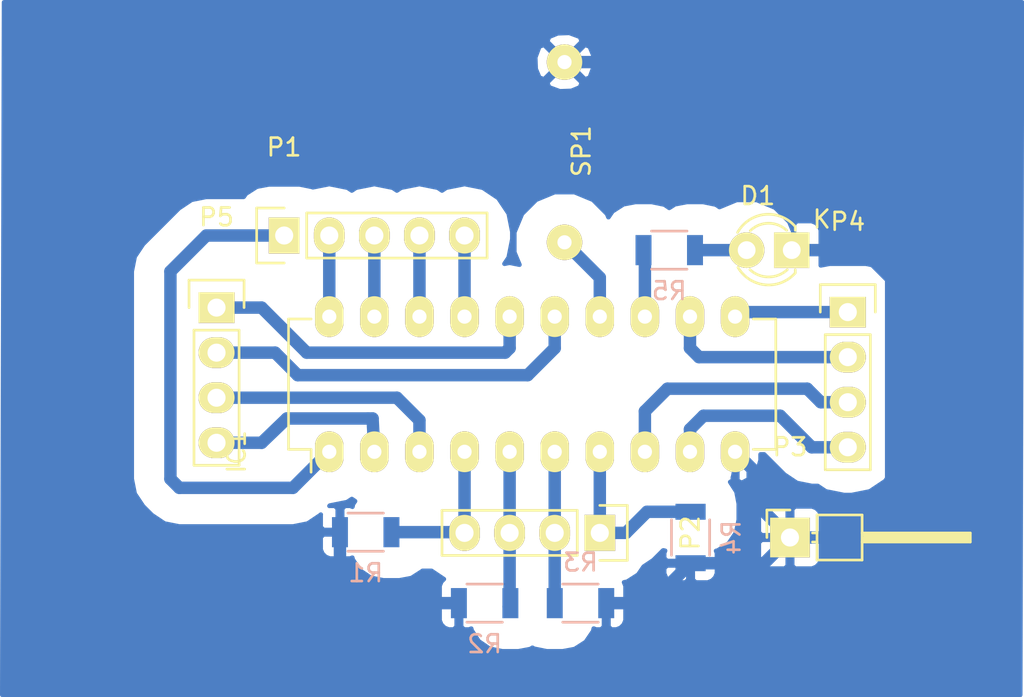
<source format=kicad_pcb>
(kicad_pcb (version 4) (host pcbnew 4.0.2+dfsg1-stable)

  (general
    (links 31)
    (no_connects 0)
    (area 0 0 0 0)
    (thickness 1.6)
    (drawings 0)
    (tracks 80)
    (zones 0)
    (modules 13)
    (nets 22)
  )

  (page A4)
  (layers
    (0 F.Cu signal)
    (31 B.Cu signal)
    (32 B.Adhes user)
    (33 F.Adhes user)
    (34 B.Paste user)
    (35 F.Paste user)
    (36 B.SilkS user)
    (37 F.SilkS user)
    (38 B.Mask user)
    (39 F.Mask user)
    (40 Dwgs.User user)
    (41 Cmts.User user)
    (42 Eco1.User user)
    (43 Eco2.User user)
    (44 Edge.Cuts user)
    (45 Margin user)
    (46 B.CrtYd user)
    (47 F.CrtYd user)
    (48 B.Fab user)
    (49 F.Fab user)
  )

  (setup
    (last_trace_width 0.7)
    (trace_clearance 0.2)
    (zone_clearance 1.7)
    (zone_45_only yes)
    (trace_min 0.2)
    (segment_width 0.2)
    (edge_width 0.15)
    (via_size 0.6)
    (via_drill 0.4)
    (via_min_size 0.4)
    (via_min_drill 0.3)
    (uvia_size 0.3)
    (uvia_drill 0.1)
    (uvias_allowed no)
    (uvia_min_size 0.2)
    (uvia_min_drill 0.1)
    (pcb_text_width 0.3)
    (pcb_text_size 1.5 1.5)
    (mod_edge_width 0.15)
    (mod_text_size 1 1)
    (mod_text_width 0.15)
    (pad_size 1.524 1.524)
    (pad_drill 0.762)
    (pad_to_mask_clearance 0.2)
    (aux_axis_origin 0 0)
    (visible_elements FFFFFF7F)
    (pcbplotparams
      (layerselection 0x00030_80000001)
      (usegerberextensions false)
      (excludeedgelayer true)
      (linewidth 0.100000)
      (plotframeref false)
      (viasonmask false)
      (mode 1)
      (useauxorigin false)
      (hpglpennumber 1)
      (hpglpenspeed 20)
      (hpglpendiameter 15)
      (hpglpenoverlay 2)
      (psnegative false)
      (psa4output false)
      (plotreference true)
      (plotvalue true)
      (plotinvisibletext false)
      (padsonsilk false)
      (subtractmaskfromsilk false)
      (outputformat 1)
      (mirror false)
      (drillshape 1)
      (scaleselection 1)
      (outputdirectory ""))
  )

  (net 0 "")
  (net 1 "Net-(IC1-Pad2)")
  (net 2 "Net-(IC1-Pad3)")
  (net 3 "Net-(IC1-Pad4)")
  (net 4 "Net-(IC1-Pad5)")
  (net 5 "Net-(IC1-Pad6)")
  (net 6 "Net-(IC1-Pad7)")
  (net 7 "Net-(IC1-Pad8)")
  (net 8 "Net-(IC1-Pad9)")
  (net 9 GND)
  (net 10 "Net-(IC1-Pad11)")
  (net 11 "Net-(IC1-Pad12)")
  (net 12 "Net-(IC1-Pad13)")
  (net 13 "Net-(IC1-Pad14)")
  (net 14 "Net-(IC1-Pad15)")
  (net 15 "Net-(IC1-Pad16)")
  (net 16 "Net-(IC1-Pad17)")
  (net 17 "Net-(IC1-Pad18)")
  (net 18 "Net-(IC1-Pad19)")
  (net 19 VCC)
  (net 20 "Net-(D1-Pad2)")
  (net 21 "Net-(IC1-Pad1)")

  (net_class Default "This is the default net class."
    (clearance 0.2)
    (trace_width 0.7)
    (via_dia 0.6)
    (via_drill 0.4)
    (uvia_dia 0.3)
    (uvia_drill 0.1)
    (add_net GND)
    (add_net "Net-(D1-Pad2)")
    (add_net "Net-(IC1-Pad1)")
    (add_net "Net-(IC1-Pad11)")
    (add_net "Net-(IC1-Pad12)")
    (add_net "Net-(IC1-Pad13)")
    (add_net "Net-(IC1-Pad14)")
    (add_net "Net-(IC1-Pad15)")
    (add_net "Net-(IC1-Pad16)")
    (add_net "Net-(IC1-Pad17)")
    (add_net "Net-(IC1-Pad18)")
    (add_net "Net-(IC1-Pad19)")
    (add_net "Net-(IC1-Pad2)")
    (add_net "Net-(IC1-Pad3)")
    (add_net "Net-(IC1-Pad4)")
    (add_net "Net-(IC1-Pad5)")
    (add_net "Net-(IC1-Pad6)")
    (add_net "Net-(IC1-Pad7)")
    (add_net "Net-(IC1-Pad8)")
    (add_net "Net-(IC1-Pad9)")
    (add_net VCC)
  )

  (module LEDs:LED-3MM (layer F.Cu) (tedit 559B82F6) (tstamp 5DBA19DE)
    (at 68 159.8 180)
    (descr "LED 3mm round vertical")
    (tags "LED  3mm round vertical")
    (path /5DB957B8)
    (fp_text reference D1 (at 1.91 3.06 180) (layer F.SilkS)
      (effects (font (size 1 1) (thickness 0.15)))
    )
    (fp_text value LED (at 1.3 -2.9 180) (layer F.Fab)
      (effects (font (size 1 1) (thickness 0.15)))
    )
    (fp_line (start -1.2 2.3) (end 3.8 2.3) (layer F.CrtYd) (width 0.05))
    (fp_line (start 3.8 2.3) (end 3.8 -2.2) (layer F.CrtYd) (width 0.05))
    (fp_line (start 3.8 -2.2) (end -1.2 -2.2) (layer F.CrtYd) (width 0.05))
    (fp_line (start -1.2 -2.2) (end -1.2 2.3) (layer F.CrtYd) (width 0.05))
    (fp_line (start -0.199 1.314) (end -0.199 1.114) (layer F.SilkS) (width 0.15))
    (fp_line (start -0.199 -1.28) (end -0.199 -1.1) (layer F.SilkS) (width 0.15))
    (fp_arc (start 1.301 0.034) (end -0.199 -1.286) (angle 108.5) (layer F.SilkS) (width 0.15))
    (fp_arc (start 1.301 0.034) (end 0.25 -1.1) (angle 85.7) (layer F.SilkS) (width 0.15))
    (fp_arc (start 1.311 0.034) (end 3.051 0.994) (angle 110) (layer F.SilkS) (width 0.15))
    (fp_arc (start 1.301 0.034) (end 2.335 1.094) (angle 87.5) (layer F.SilkS) (width 0.15))
    (fp_text user K (at -1.69 1.74 180) (layer F.SilkS)
      (effects (font (size 1 1) (thickness 0.15)))
    )
    (pad 1 thru_hole rect (at 0 0 270) (size 2 2) (drill 1.00076) (layers *.Cu *.Mask F.SilkS)
      (net 9 GND))
    (pad 2 thru_hole circle (at 2.54 0 180) (size 2 2) (drill 1.00076) (layers *.Cu *.Mask F.SilkS)
      (net 20 "Net-(D1-Pad2)"))
    (model LEDs.3dshapes/LED-3MM.wrl
      (at (xyz 0.05 0 0))
      (scale (xyz 1 1 1))
      (rotate (xyz 0 0 90))
    )
  )

  (module Housings_DIP:DIP-20_W7.62mm_LongPads (layer F.Cu) (tedit 5DBA1CE1) (tstamp 5DBA19F6)
    (at 41.948 171.168 90)
    (descr "20-lead dip package, row spacing 7.62 mm (300 mils), longer pads")
    (tags "dil dip 2.54 300")
    (path /5DB92DC7)
    (fp_text reference IC1 (at 0 -5.22 90) (layer F.SilkS)
      (effects (font (size 1 1) (thickness 0.15)))
    )
    (fp_text value ATTINY2313-20PU (at 2.468 13.052 180) (layer F.Fab)
      (effects (font (size 1 1) (thickness 0.15)))
    )
    (fp_line (start -1.4 -2.45) (end -1.4 25.35) (layer F.CrtYd) (width 0.05))
    (fp_line (start 9 -2.45) (end 9 25.35) (layer F.CrtYd) (width 0.05))
    (fp_line (start -1.4 -2.45) (end 9 -2.45) (layer F.CrtYd) (width 0.05))
    (fp_line (start -1.4 25.35) (end 9 25.35) (layer F.CrtYd) (width 0.05))
    (fp_line (start 0.135 -2.295) (end 0.135 -1.025) (layer F.SilkS) (width 0.15))
    (fp_line (start 7.485 -2.295) (end 7.485 -1.025) (layer F.SilkS) (width 0.15))
    (fp_line (start 7.485 25.155) (end 7.485 23.885) (layer F.SilkS) (width 0.15))
    (fp_line (start 0.135 25.155) (end 0.135 23.885) (layer F.SilkS) (width 0.15))
    (fp_line (start 0.135 -2.295) (end 7.485 -2.295) (layer F.SilkS) (width 0.15))
    (fp_line (start 0.135 25.155) (end 7.485 25.155) (layer F.SilkS) (width 0.15))
    (fp_line (start 0.135 -1.025) (end -1.15 -1.025) (layer F.SilkS) (width 0.15))
    (pad 1 thru_hole oval (at 0 0 90) (size 2.3 1.6) (drill 0.8) (layers *.Cu *.Mask F.SilkS)
      (net 21 "Net-(IC1-Pad1)"))
    (pad 2 thru_hole oval (at 0 2.54 90) (size 2.3 1.6) (drill 0.8) (layers *.Cu *.Mask F.SilkS)
      (net 1 "Net-(IC1-Pad2)"))
    (pad 3 thru_hole oval (at 0 5.08 90) (size 2.3 1.6) (drill 0.8) (layers *.Cu *.Mask F.SilkS)
      (net 2 "Net-(IC1-Pad3)"))
    (pad 4 thru_hole oval (at 0 7.62 90) (size 2.3 1.6) (drill 0.8) (layers *.Cu *.Mask F.SilkS)
      (net 3 "Net-(IC1-Pad4)"))
    (pad 5 thru_hole oval (at 0 10.16 90) (size 2.3 1.6) (drill 0.8) (layers *.Cu *.Mask F.SilkS)
      (net 4 "Net-(IC1-Pad5)"))
    (pad 6 thru_hole oval (at 0 12.7 90) (size 2.3 1.6) (drill 0.8) (layers *.Cu *.Mask F.SilkS)
      (net 5 "Net-(IC1-Pad6)"))
    (pad 7 thru_hole oval (at 0 15.24 90) (size 2.3 1.6) (drill 0.8) (layers *.Cu *.Mask F.SilkS)
      (net 6 "Net-(IC1-Pad7)"))
    (pad 8 thru_hole oval (at 0 17.78 90) (size 2.3 1.6) (drill 0.8) (layers *.Cu *.Mask F.SilkS)
      (net 7 "Net-(IC1-Pad8)"))
    (pad 9 thru_hole oval (at 0 20.32 90) (size 2.3 1.6) (drill 0.8) (layers *.Cu *.Mask F.SilkS)
      (net 8 "Net-(IC1-Pad9)"))
    (pad 10 thru_hole oval (at 0 22.86 90) (size 2.3 1.6) (drill 0.8) (layers *.Cu *.Mask F.SilkS)
      (net 9 GND))
    (pad 11 thru_hole oval (at 7.62 22.86 90) (size 2.3 1.6) (drill 0.8) (layers *.Cu *.Mask F.SilkS)
      (net 10 "Net-(IC1-Pad11)"))
    (pad 12 thru_hole oval (at 7.62 20.32 90) (size 2.3 1.6) (drill 0.8) (layers *.Cu *.Mask F.SilkS)
      (net 11 "Net-(IC1-Pad12)"))
    (pad 13 thru_hole oval (at 7.62 17.78 90) (size 2.3 1.6) (drill 0.8) (layers *.Cu *.Mask F.SilkS)
      (net 12 "Net-(IC1-Pad13)"))
    (pad 14 thru_hole oval (at 7.62 15.24 90) (size 2.3 1.6) (drill 0.8) (layers *.Cu *.Mask F.SilkS)
      (net 13 "Net-(IC1-Pad14)"))
    (pad 15 thru_hole oval (at 7.62 12.7 90) (size 2.3 1.6) (drill 0.8) (layers *.Cu *.Mask F.SilkS)
      (net 14 "Net-(IC1-Pad15)"))
    (pad 16 thru_hole oval (at 7.62 10.16 90) (size 2.3 1.6) (drill 0.8) (layers *.Cu *.Mask F.SilkS)
      (net 15 "Net-(IC1-Pad16)"))
    (pad 17 thru_hole oval (at 7.62 7.62 90) (size 2.3 1.6) (drill 0.8) (layers *.Cu *.Mask F.SilkS)
      (net 16 "Net-(IC1-Pad17)"))
    (pad 18 thru_hole oval (at 7.62 5.08 90) (size 2.3 1.6) (drill 0.8) (layers *.Cu *.Mask F.SilkS)
      (net 17 "Net-(IC1-Pad18)"))
    (pad 19 thru_hole oval (at 7.62 2.54 90) (size 2.3 1.6) (drill 0.8) (layers *.Cu *.Mask F.SilkS)
      (net 18 "Net-(IC1-Pad19)"))
    (pad 20 thru_hole oval (at 7.62 0 90) (size 2.3 1.6) (drill 0.8) (layers *.Cu *.Mask F.SilkS)
      (net 19 VCC))
    (model Housings_DIP.3dshapes/DIP-20_W7.62mm_LongPads.wrl
      (at (xyz 0 0 0))
      (scale (xyz 1 1 1))
      (rotate (xyz 0 0 0))
    )
  )

  (module Pin_Headers:Pin_Header_Straight_1x05 (layer F.Cu) (tedit 5DBA1CF4) (tstamp 5DBA19FF)
    (at 39.408 158.976 90)
    (descr "Through hole pin header")
    (tags "pin header")
    (path /5DBA17CC)
    (fp_text reference P1 (at 4.976 -0.008 180) (layer F.SilkS)
      (effects (font (size 1 1) (thickness 0.15)))
    )
    (fp_text value CONN_01X05 (at 2.976 3.792 180) (layer F.Fab)
      (effects (font (size 1 1) (thickness 0.15)))
    )
    (fp_line (start -1.55 0) (end -1.55 -1.55) (layer F.SilkS) (width 0.15))
    (fp_line (start -1.55 -1.55) (end 1.55 -1.55) (layer F.SilkS) (width 0.15))
    (fp_line (start 1.55 -1.55) (end 1.55 0) (layer F.SilkS) (width 0.15))
    (fp_line (start -1.75 -1.75) (end -1.75 11.95) (layer F.CrtYd) (width 0.05))
    (fp_line (start 1.75 -1.75) (end 1.75 11.95) (layer F.CrtYd) (width 0.05))
    (fp_line (start -1.75 -1.75) (end 1.75 -1.75) (layer F.CrtYd) (width 0.05))
    (fp_line (start -1.75 11.95) (end 1.75 11.95) (layer F.CrtYd) (width 0.05))
    (fp_line (start 1.27 1.27) (end 1.27 11.43) (layer F.SilkS) (width 0.15))
    (fp_line (start 1.27 11.43) (end -1.27 11.43) (layer F.SilkS) (width 0.15))
    (fp_line (start -1.27 11.43) (end -1.27 1.27) (layer F.SilkS) (width 0.15))
    (fp_line (start 1.27 1.27) (end -1.27 1.27) (layer F.SilkS) (width 0.15))
    (pad 1 thru_hole rect (at 0 0 90) (size 2.032 1.7272) (drill 1.016) (layers *.Cu *.Mask F.SilkS)
      (net 21 "Net-(IC1-Pad1)"))
    (pad 2 thru_hole oval (at 0 2.54 90) (size 2.032 1.7272) (drill 1.016) (layers *.Cu *.Mask F.SilkS)
      (net 19 VCC))
    (pad 3 thru_hole oval (at 0 5.08 90) (size 2.032 1.7272) (drill 1.016) (layers *.Cu *.Mask F.SilkS)
      (net 18 "Net-(IC1-Pad19)"))
    (pad 4 thru_hole oval (at 0 7.62 90) (size 2.032 1.7272) (drill 1.016) (layers *.Cu *.Mask F.SilkS)
      (net 17 "Net-(IC1-Pad18)"))
    (pad 5 thru_hole oval (at 0 10.16 90) (size 2.032 1.7272) (drill 1.016) (layers *.Cu *.Mask F.SilkS)
      (net 16 "Net-(IC1-Pad17)"))
    (model Pin_Headers.3dshapes/Pin_Header_Straight_1x05.wrl
      (at (xyz 0 -0.2 0))
      (scale (xyz 1 1 1))
      (rotate (xyz 0 0 90))
    )
  )

  (module Pin_Headers:Pin_Header_Straight_1x04 (layer F.Cu) (tedit 5DBA1D84) (tstamp 5DBA1A07)
    (at 57.188 175.74 270)
    (descr "Through hole pin header")
    (tags "pin header")
    (path /5DB9322C)
    (fp_text reference P2 (at 0 -5.1 270) (layer F.SilkS)
      (effects (font (size 1 1) (thickness 0.15)))
    )
    (fp_text value CONN_01X04 (at 3.86 -10.112 360) (layer F.Fab)
      (effects (font (size 1 1) (thickness 0.15)))
    )
    (fp_line (start -1.75 -1.75) (end -1.75 9.4) (layer F.CrtYd) (width 0.05))
    (fp_line (start 1.75 -1.75) (end 1.75 9.4) (layer F.CrtYd) (width 0.05))
    (fp_line (start -1.75 -1.75) (end 1.75 -1.75) (layer F.CrtYd) (width 0.05))
    (fp_line (start -1.75 9.4) (end 1.75 9.4) (layer F.CrtYd) (width 0.05))
    (fp_line (start -1.27 1.27) (end -1.27 8.89) (layer F.SilkS) (width 0.15))
    (fp_line (start 1.27 1.27) (end 1.27 8.89) (layer F.SilkS) (width 0.15))
    (fp_line (start 1.55 -1.55) (end 1.55 0) (layer F.SilkS) (width 0.15))
    (fp_line (start -1.27 8.89) (end 1.27 8.89) (layer F.SilkS) (width 0.15))
    (fp_line (start 1.27 1.27) (end -1.27 1.27) (layer F.SilkS) (width 0.15))
    (fp_line (start -1.55 0) (end -1.55 -1.55) (layer F.SilkS) (width 0.15))
    (fp_line (start -1.55 -1.55) (end 1.55 -1.55) (layer F.SilkS) (width 0.15))
    (pad 1 thru_hole rect (at 0 0 270) (size 2.032 1.7272) (drill 1.016) (layers *.Cu *.Mask F.SilkS)
      (net 6 "Net-(IC1-Pad7)"))
    (pad 2 thru_hole oval (at 0 2.54 270) (size 2.032 1.7272) (drill 1.016) (layers *.Cu *.Mask F.SilkS)
      (net 5 "Net-(IC1-Pad6)"))
    (pad 3 thru_hole oval (at 0 5.08 270) (size 2.032 1.7272) (drill 1.016) (layers *.Cu *.Mask F.SilkS)
      (net 4 "Net-(IC1-Pad5)"))
    (pad 4 thru_hole oval (at 0 7.62 270) (size 2.032 1.7272) (drill 1.016) (layers *.Cu *.Mask F.SilkS)
      (net 3 "Net-(IC1-Pad4)"))
    (model Pin_Headers.3dshapes/Pin_Header_Straight_1x04.wrl
      (at (xyz 0 -0.15 0))
      (scale (xyz 1 1 1))
      (rotate (xyz 0 0 90))
    )
  )

  (module Pin_Headers:Pin_Header_Angled_1x01 (layer F.Cu) (tedit 0) (tstamp 5DBA1A0C)
    (at 67.9 176)
    (descr "Through hole pin header")
    (tags "pin header")
    (path /5DBA1B0C)
    (fp_text reference P3 (at 0 -5.1) (layer F.SilkS)
      (effects (font (size 1 1) (thickness 0.15)))
    )
    (fp_text value CONN_01X01 (at 0 -3.1) (layer F.Fab)
      (effects (font (size 1 1) (thickness 0.15)))
    )
    (fp_line (start -1.6 -1.75) (end -1.6 1.75) (layer F.CrtYd) (width 0.05))
    (fp_line (start 10.65 -1.75) (end 10.65 1.75) (layer F.CrtYd) (width 0.05))
    (fp_line (start -1.6 -1.75) (end 10.65 -1.75) (layer F.CrtYd) (width 0.05))
    (fp_line (start -1.6 1.75) (end 10.65 1.75) (layer F.CrtYd) (width 0.05))
    (fp_line (start -1.3 -1.55) (end -1.3 0) (layer F.SilkS) (width 0.15))
    (fp_line (start 0 -1.55) (end -1.3 -1.55) (layer F.SilkS) (width 0.15))
    (fp_line (start 4.191 -0.127) (end 10.033 -0.127) (layer F.SilkS) (width 0.15))
    (fp_line (start 10.033 -0.127) (end 10.033 0.127) (layer F.SilkS) (width 0.15))
    (fp_line (start 10.033 0.127) (end 4.191 0.127) (layer F.SilkS) (width 0.15))
    (fp_line (start 4.191 0.127) (end 4.191 0) (layer F.SilkS) (width 0.15))
    (fp_line (start 4.191 0) (end 10.033 0) (layer F.SilkS) (width 0.15))
    (fp_line (start 1.524 0.254) (end 1.27 0.254) (layer F.SilkS) (width 0.15))
    (fp_line (start 1.524 -0.254) (end 1.27 -0.254) (layer F.SilkS) (width 0.15))
    (fp_line (start 1.524 -1.27) (end 4.064 -1.27) (layer F.SilkS) (width 0.15))
    (fp_line (start 1.524 -1.27) (end 1.524 1.27) (layer F.SilkS) (width 0.15))
    (fp_line (start 1.524 1.27) (end 4.064 1.27) (layer F.SilkS) (width 0.15))
    (fp_line (start 4.064 -0.254) (end 10.16 -0.254) (layer F.SilkS) (width 0.15))
    (fp_line (start 10.16 -0.254) (end 10.16 0.254) (layer F.SilkS) (width 0.15))
    (fp_line (start 10.16 0.254) (end 4.064 0.254) (layer F.SilkS) (width 0.15))
    (fp_line (start 4.064 1.27) (end 4.064 -1.27) (layer F.SilkS) (width 0.15))
    (pad 1 thru_hole rect (at 0 0) (size 2.2352 2.2352) (drill 1.016) (layers *.Cu *.Mask F.SilkS)
      (net 9 GND))
    (model Pin_Headers.3dshapes/Pin_Header_Angled_1x01.wrl
      (at (xyz 0 0 0))
      (scale (xyz 1 1 1))
      (rotate (xyz 0 0 90))
    )
  )

  (module Pin_Headers:Pin_Header_Straight_1x04 (layer F.Cu) (tedit 0) (tstamp 5DBA1A14)
    (at 71.158 163.294)
    (descr "Through hole pin header")
    (tags "pin header")
    (path /5DB94DB5)
    (fp_text reference P4 (at 0 -5.1) (layer F.SilkS)
      (effects (font (size 1 1) (thickness 0.15)))
    )
    (fp_text value CONN_01X04 (at 0 -3.1) (layer F.Fab)
      (effects (font (size 1 1) (thickness 0.15)))
    )
    (fp_line (start -1.75 -1.75) (end -1.75 9.4) (layer F.CrtYd) (width 0.05))
    (fp_line (start 1.75 -1.75) (end 1.75 9.4) (layer F.CrtYd) (width 0.05))
    (fp_line (start -1.75 -1.75) (end 1.75 -1.75) (layer F.CrtYd) (width 0.05))
    (fp_line (start -1.75 9.4) (end 1.75 9.4) (layer F.CrtYd) (width 0.05))
    (fp_line (start -1.27 1.27) (end -1.27 8.89) (layer F.SilkS) (width 0.15))
    (fp_line (start 1.27 1.27) (end 1.27 8.89) (layer F.SilkS) (width 0.15))
    (fp_line (start 1.55 -1.55) (end 1.55 0) (layer F.SilkS) (width 0.15))
    (fp_line (start -1.27 8.89) (end 1.27 8.89) (layer F.SilkS) (width 0.15))
    (fp_line (start 1.27 1.27) (end -1.27 1.27) (layer F.SilkS) (width 0.15))
    (fp_line (start -1.55 0) (end -1.55 -1.55) (layer F.SilkS) (width 0.15))
    (fp_line (start -1.55 -1.55) (end 1.55 -1.55) (layer F.SilkS) (width 0.15))
    (pad 1 thru_hole rect (at 0 0) (size 2.032 1.7272) (drill 1.016) (layers *.Cu *.Mask F.SilkS)
      (net 10 "Net-(IC1-Pad11)"))
    (pad 2 thru_hole oval (at 0 2.54) (size 2.032 1.7272) (drill 1.016) (layers *.Cu *.Mask F.SilkS)
      (net 11 "Net-(IC1-Pad12)"))
    (pad 3 thru_hole oval (at 0 5.08) (size 2.032 1.7272) (drill 1.016) (layers *.Cu *.Mask F.SilkS)
      (net 7 "Net-(IC1-Pad8)"))
    (pad 4 thru_hole oval (at 0 7.62) (size 2.032 1.7272) (drill 1.016) (layers *.Cu *.Mask F.SilkS)
      (net 8 "Net-(IC1-Pad9)"))
    (model Pin_Headers.3dshapes/Pin_Header_Straight_1x04.wrl
      (at (xyz 0 -0.15 0))
      (scale (xyz 1 1 1))
      (rotate (xyz 0 0 90))
    )
  )

  (module Pin_Headers:Pin_Header_Straight_1x04 (layer F.Cu) (tedit 5DBA1D7C) (tstamp 5DBA1A1C)
    (at 35.598 163.04)
    (descr "Through hole pin header")
    (tags "pin header")
    (path /5DB94F17)
    (fp_text reference P5 (at 0 -5.1) (layer F.SilkS)
      (effects (font (size 1 1) (thickness 0.15)))
    )
    (fp_text value CONN_01X04 (at 0.502 11.96) (layer F.Fab)
      (effects (font (size 1 1) (thickness 0.15)))
    )
    (fp_line (start -1.75 -1.75) (end -1.75 9.4) (layer F.CrtYd) (width 0.05))
    (fp_line (start 1.75 -1.75) (end 1.75 9.4) (layer F.CrtYd) (width 0.05))
    (fp_line (start -1.75 -1.75) (end 1.75 -1.75) (layer F.CrtYd) (width 0.05))
    (fp_line (start -1.75 9.4) (end 1.75 9.4) (layer F.CrtYd) (width 0.05))
    (fp_line (start -1.27 1.27) (end -1.27 8.89) (layer F.SilkS) (width 0.15))
    (fp_line (start 1.27 1.27) (end 1.27 8.89) (layer F.SilkS) (width 0.15))
    (fp_line (start 1.55 -1.55) (end 1.55 0) (layer F.SilkS) (width 0.15))
    (fp_line (start -1.27 8.89) (end 1.27 8.89) (layer F.SilkS) (width 0.15))
    (fp_line (start 1.27 1.27) (end -1.27 1.27) (layer F.SilkS) (width 0.15))
    (fp_line (start -1.55 0) (end -1.55 -1.55) (layer F.SilkS) (width 0.15))
    (fp_line (start -1.55 -1.55) (end 1.55 -1.55) (layer F.SilkS) (width 0.15))
    (pad 1 thru_hole rect (at 0 0) (size 2.032 1.7272) (drill 1.016) (layers *.Cu *.Mask F.SilkS)
      (net 15 "Net-(IC1-Pad16)"))
    (pad 2 thru_hole oval (at 0 2.54) (size 2.032 1.7272) (drill 1.016) (layers *.Cu *.Mask F.SilkS)
      (net 14 "Net-(IC1-Pad15)"))
    (pad 3 thru_hole oval (at 0 5.08) (size 2.032 1.7272) (drill 1.016) (layers *.Cu *.Mask F.SilkS)
      (net 2 "Net-(IC1-Pad3)"))
    (pad 4 thru_hole oval (at 0 7.62) (size 2.032 1.7272) (drill 1.016) (layers *.Cu *.Mask F.SilkS)
      (net 1 "Net-(IC1-Pad2)"))
    (model Pin_Headers.3dshapes/Pin_Header_Straight_1x04.wrl
      (at (xyz 0 -0.15 0))
      (scale (xyz 1 1 1))
      (rotate (xyz 0 0 90))
    )
  )

  (module Resistors_SMD:R_1206 (layer B.Cu) (tedit 5415CFA7) (tstamp 5DBA1A22)
    (at 44 175.7)
    (descr "Resistor SMD 1206, reflow soldering, Vishay (see dcrcw.pdf)")
    (tags "resistor 1206")
    (path /5DB939B5)
    (attr smd)
    (fp_text reference R1 (at 0 2.3) (layer B.SilkS)
      (effects (font (size 1 1) (thickness 0.15)) (justify mirror))
    )
    (fp_text value R (at 0 -2.3) (layer B.Fab)
      (effects (font (size 1 1) (thickness 0.15)) (justify mirror))
    )
    (fp_line (start -2.2 1.2) (end 2.2 1.2) (layer B.CrtYd) (width 0.05))
    (fp_line (start -2.2 -1.2) (end 2.2 -1.2) (layer B.CrtYd) (width 0.05))
    (fp_line (start -2.2 1.2) (end -2.2 -1.2) (layer B.CrtYd) (width 0.05))
    (fp_line (start 2.2 1.2) (end 2.2 -1.2) (layer B.CrtYd) (width 0.05))
    (fp_line (start 1 -1.075) (end -1 -1.075) (layer B.SilkS) (width 0.15))
    (fp_line (start -1 1.075) (end 1 1.075) (layer B.SilkS) (width 0.15))
    (pad 1 smd rect (at -1.45 0) (size 0.9 1.7) (layers B.Cu B.Paste B.Mask)
      (net 9 GND))
    (pad 2 smd rect (at 1.45 0) (size 0.9 1.7) (layers B.Cu B.Paste B.Mask)
      (net 3 "Net-(IC1-Pad4)"))
    (model Resistors_SMD.3dshapes/R_1206.wrl
      (at (xyz 0 0 0))
      (scale (xyz 1 1 1))
      (rotate (xyz 0 0 0))
    )
  )

  (module Resistors_SMD:R_1206 (layer B.Cu) (tedit 5415CFA7) (tstamp 5DBA1A28)
    (at 50.7 179.7)
    (descr "Resistor SMD 1206, reflow soldering, Vishay (see dcrcw.pdf)")
    (tags "resistor 1206")
    (path /5DB9393E)
    (attr smd)
    (fp_text reference R2 (at 0 2.3) (layer B.SilkS)
      (effects (font (size 1 1) (thickness 0.15)) (justify mirror))
    )
    (fp_text value R (at 0 -2.3) (layer B.Fab)
      (effects (font (size 1 1) (thickness 0.15)) (justify mirror))
    )
    (fp_line (start -2.2 1.2) (end 2.2 1.2) (layer B.CrtYd) (width 0.05))
    (fp_line (start -2.2 -1.2) (end 2.2 -1.2) (layer B.CrtYd) (width 0.05))
    (fp_line (start -2.2 1.2) (end -2.2 -1.2) (layer B.CrtYd) (width 0.05))
    (fp_line (start 2.2 1.2) (end 2.2 -1.2) (layer B.CrtYd) (width 0.05))
    (fp_line (start 1 -1.075) (end -1 -1.075) (layer B.SilkS) (width 0.15))
    (fp_line (start -1 1.075) (end 1 1.075) (layer B.SilkS) (width 0.15))
    (pad 1 smd rect (at -1.45 0) (size 0.9 1.7) (layers B.Cu B.Paste B.Mask)
      (net 9 GND))
    (pad 2 smd rect (at 1.45 0) (size 0.9 1.7) (layers B.Cu B.Paste B.Mask)
      (net 4 "Net-(IC1-Pad5)"))
    (model Resistors_SMD.3dshapes/R_1206.wrl
      (at (xyz 0 0 0))
      (scale (xyz 1 1 1))
      (rotate (xyz 0 0 0))
    )
  )

  (module Resistors_SMD:R_1206 (layer B.Cu) (tedit 5415CFA7) (tstamp 5DBA1A2E)
    (at 56.1 179.7 180)
    (descr "Resistor SMD 1206, reflow soldering, Vishay (see dcrcw.pdf)")
    (tags "resistor 1206")
    (path /5DB938D5)
    (attr smd)
    (fp_text reference R3 (at 0 2.3 180) (layer B.SilkS)
      (effects (font (size 1 1) (thickness 0.15)) (justify mirror))
    )
    (fp_text value R (at 0 -2.3 180) (layer B.Fab)
      (effects (font (size 1 1) (thickness 0.15)) (justify mirror))
    )
    (fp_line (start -2.2 1.2) (end 2.2 1.2) (layer B.CrtYd) (width 0.05))
    (fp_line (start -2.2 -1.2) (end 2.2 -1.2) (layer B.CrtYd) (width 0.05))
    (fp_line (start -2.2 1.2) (end -2.2 -1.2) (layer B.CrtYd) (width 0.05))
    (fp_line (start 2.2 1.2) (end 2.2 -1.2) (layer B.CrtYd) (width 0.05))
    (fp_line (start 1 -1.075) (end -1 -1.075) (layer B.SilkS) (width 0.15))
    (fp_line (start -1 1.075) (end 1 1.075) (layer B.SilkS) (width 0.15))
    (pad 1 smd rect (at -1.45 0 180) (size 0.9 1.7) (layers B.Cu B.Paste B.Mask)
      (net 9 GND))
    (pad 2 smd rect (at 1.45 0 180) (size 0.9 1.7) (layers B.Cu B.Paste B.Mask)
      (net 5 "Net-(IC1-Pad6)"))
    (model Resistors_SMD.3dshapes/R_1206.wrl
      (at (xyz 0 0 0))
      (scale (xyz 1 1 1))
      (rotate (xyz 0 0 0))
    )
  )

  (module Resistors_SMD:R_1206 (layer B.Cu) (tedit 5415CFA7) (tstamp 5DBA1A34)
    (at 62.3 176 90)
    (descr "Resistor SMD 1206, reflow soldering, Vishay (see dcrcw.pdf)")
    (tags "resistor 1206")
    (path /5DB93880)
    (attr smd)
    (fp_text reference R4 (at 0 2.3 90) (layer B.SilkS)
      (effects (font (size 1 1) (thickness 0.15)) (justify mirror))
    )
    (fp_text value R (at 0 -2.3 90) (layer B.Fab)
      (effects (font (size 1 1) (thickness 0.15)) (justify mirror))
    )
    (fp_line (start -2.2 1.2) (end 2.2 1.2) (layer B.CrtYd) (width 0.05))
    (fp_line (start -2.2 -1.2) (end 2.2 -1.2) (layer B.CrtYd) (width 0.05))
    (fp_line (start -2.2 1.2) (end -2.2 -1.2) (layer B.CrtYd) (width 0.05))
    (fp_line (start 2.2 1.2) (end 2.2 -1.2) (layer B.CrtYd) (width 0.05))
    (fp_line (start 1 -1.075) (end -1 -1.075) (layer B.SilkS) (width 0.15))
    (fp_line (start -1 1.075) (end 1 1.075) (layer B.SilkS) (width 0.15))
    (pad 1 smd rect (at -1.45 0 90) (size 0.9 1.7) (layers B.Cu B.Paste B.Mask)
      (net 9 GND))
    (pad 2 smd rect (at 1.45 0 90) (size 0.9 1.7) (layers B.Cu B.Paste B.Mask)
      (net 6 "Net-(IC1-Pad7)"))
    (model Resistors_SMD.3dshapes/R_1206.wrl
      (at (xyz 0 0 0))
      (scale (xyz 1 1 1))
      (rotate (xyz 0 0 0))
    )
  )

  (module Resistors_SMD:R_1206 (layer B.Cu) (tedit 5415CFA7) (tstamp 5DBA1A3A)
    (at 61.1 159.8)
    (descr "Resistor SMD 1206, reflow soldering, Vishay (see dcrcw.pdf)")
    (tags "resistor 1206")
    (path /5DB95450)
    (attr smd)
    (fp_text reference R5 (at 0 2.3) (layer B.SilkS)
      (effects (font (size 1 1) (thickness 0.15)) (justify mirror))
    )
    (fp_text value R (at 0 -2.3) (layer B.Fab)
      (effects (font (size 1 1) (thickness 0.15)) (justify mirror))
    )
    (fp_line (start -2.2 1.2) (end 2.2 1.2) (layer B.CrtYd) (width 0.05))
    (fp_line (start -2.2 -1.2) (end 2.2 -1.2) (layer B.CrtYd) (width 0.05))
    (fp_line (start -2.2 1.2) (end -2.2 -1.2) (layer B.CrtYd) (width 0.05))
    (fp_line (start 2.2 1.2) (end 2.2 -1.2) (layer B.CrtYd) (width 0.05))
    (fp_line (start 1 -1.075) (end -1 -1.075) (layer B.SilkS) (width 0.15))
    (fp_line (start -1 1.075) (end 1 1.075) (layer B.SilkS) (width 0.15))
    (pad 1 smd rect (at -1.45 0) (size 0.9 1.7) (layers B.Cu B.Paste B.Mask)
      (net 12 "Net-(IC1-Pad13)"))
    (pad 2 smd rect (at 1.45 0) (size 0.9 1.7) (layers B.Cu B.Paste B.Mask)
      (net 20 "Net-(D1-Pad2)"))
    (model Resistors_SMD.3dshapes/R_1206.wrl
      (at (xyz 0 0 0))
      (scale (xyz 1 1 1))
      (rotate (xyz 0 0 0))
    )
  )

  (module Wire_Connections_Bridges:WireConnection_0.80mmDrill (layer F.Cu) (tedit 5DBA1E16) (tstamp 5DBA1A40)
    (at 55.2 149.2 270)
    (descr "WireConnection with 0.8mm drill")
    (path /5DB951C0)
    (fp_text reference SP1 (at 5.022 -0.952 270) (layer F.SilkS)
      (effects (font (size 1 1) (thickness 0.15)))
    )
    (fp_text value SPEAKER (at 5.122 0.448 270) (layer F.Fab)
      (effects (font (size 1 1) (thickness 0.15)))
    )
    (fp_line (start 14.0716 -3.7592) (end 13.8684 -3.6576) (layer Cmts.User) (width 0.381))
    (fp_line (start 13.8684 -3.6576) (end 13.6398 -3.6576) (layer Cmts.User) (width 0.381))
    (fp_line (start 13.6398 -3.6576) (end 13.4366 -3.7592) (layer Cmts.User) (width 0.381))
    (fp_line (start 13.4366 -3.7592) (end 13.3604 -4.1148) (layer Cmts.User) (width 0.381))
    (fp_line (start 13.3604 -4.1148) (end 13.3604 -4.572) (layer Cmts.User) (width 0.381))
    (fp_line (start 13.3604 -4.572) (end 13.462 -4.6482) (layer Cmts.User) (width 0.381))
    (fp_line (start 13.462 -4.6482) (end 13.7668 -4.7244) (layer Cmts.User) (width 0.381))
    (fp_line (start 13.7668 -4.7244) (end 13.9954 -4.6736) (layer Cmts.User) (width 0.381))
    (fp_line (start 13.9954 -4.6736) (end 14.0462 -4.318) (layer Cmts.User) (width 0.381))
    (fp_line (start 14.0462 -4.318) (end 13.4366 -4.191) (layer Cmts.User) (width 0.381))
    (fp_line (start 13.4366 -4.191) (end 13.4366 -4.2418) (layer Cmts.User) (width 0.381))
    (fp_line (start 12.7508 -3.7084) (end 12.4206 -3.7084) (layer Cmts.User) (width 0.381))
    (fp_line (start 12.4206 -3.7084) (end 12.2174 -3.7084) (layer Cmts.User) (width 0.381))
    (fp_line (start 12.2174 -3.7084) (end 12.0396 -3.8608) (layer Cmts.User) (width 0.381))
    (fp_line (start 12.0396 -3.8608) (end 12.0396 -4.2418) (layer Cmts.User) (width 0.381))
    (fp_line (start 12.0396 -4.2418) (end 12.1412 -4.572) (layer Cmts.User) (width 0.381))
    (fp_line (start 12.1412 -4.572) (end 12.2936 -4.6482) (layer Cmts.User) (width 0.381))
    (fp_line (start 12.2936 -4.6482) (end 12.573 -4.6482) (layer Cmts.User) (width 0.381))
    (fp_line (start 12.573 -4.6482) (end 12.7508 -4.572) (layer Cmts.User) (width 0.381))
    (fp_line (start 12.7508 -4.572) (end 12.7762 -4.2672) (layer Cmts.User) (width 0.381))
    (fp_line (start 12.7762 -4.2672) (end 12.1412 -4.2418) (layer Cmts.User) (width 0.381))
    (fp_line (start 11.2268 -4.5212) (end 11.6078 -4.6736) (layer Cmts.User) (width 0.381))
    (fp_line (start 11.6078 -4.6736) (end 11.6332 -4.6736) (layer Cmts.User) (width 0.381))
    (fp_line (start 11.2014 -4.7244) (end 11.2014 -3.6576) (layer Cmts.User) (width 0.381))
    (fp_line (start 9.9822 -4.6736) (end 10.668 -4.7244) (layer Cmts.User) (width 0.381))
    (fp_line (start 10.7188 -5.207) (end 10.541 -5.207) (layer Cmts.User) (width 0.381))
    (fp_line (start 10.541 -5.207) (end 10.3886 -5.08) (layer Cmts.User) (width 0.381))
    (fp_line (start 10.3886 -5.08) (end 10.3378 -3.7084) (layer Cmts.User) (width 0.381))
    (fp_line (start 8.4328 -4.5974) (end 8.3058 -4.6736) (layer Cmts.User) (width 0.381))
    (fp_line (start 8.3058 -4.6736) (end 8.0264 -4.6736) (layer Cmts.User) (width 0.381))
    (fp_line (start 8.0264 -4.6736) (end 7.874 -4.445) (layer Cmts.User) (width 0.381))
    (fp_line (start 7.874 -4.445) (end 7.8994 -4.2672) (layer Cmts.User) (width 0.381))
    (fp_line (start 7.8994 -4.2672) (end 8.1788 -4.191) (layer Cmts.User) (width 0.381))
    (fp_line (start 8.1788 -4.191) (end 8.4328 -4.1148) (layer Cmts.User) (width 0.381))
    (fp_line (start 8.4328 -4.1148) (end 8.4836 -3.8354) (layer Cmts.User) (width 0.381))
    (fp_line (start 8.4836 -3.8354) (end 8.2804 -3.6576) (layer Cmts.User) (width 0.381))
    (fp_line (start 8.2804 -3.6576) (end 7.8994 -3.7084) (layer Cmts.User) (width 0.381))
    (fp_line (start 7.1628 -3.6576) (end 6.8072 -3.7592) (layer Cmts.User) (width 0.381))
    (fp_line (start 6.8072 -3.7592) (end 6.604 -3.8354) (layer Cmts.User) (width 0.381))
    (fp_line (start 6.604 -3.8354) (end 6.477 -4.1656) (layer Cmts.User) (width 0.381))
    (fp_line (start 6.477 -4.1656) (end 6.477 -4.4704) (layer Cmts.User) (width 0.381))
    (fp_line (start 6.477 -4.4704) (end 6.6802 -4.6736) (layer Cmts.User) (width 0.381))
    (fp_line (start 6.6802 -4.6736) (end 7.0104 -4.7244) (layer Cmts.User) (width 0.381))
    (fp_line (start 7.2136 -5.207) (end 7.2136 -3.6576) (layer Cmts.User) (width 0.381))
    (fp_line (start 5.715 -3.6576) (end 5.2578 -3.7084) (layer Cmts.User) (width 0.381))
    (fp_line (start 5.2578 -3.7084) (end 5.1054 -3.9116) (layer Cmts.User) (width 0.381))
    (fp_line (start 5.1054 -3.9116) (end 5.1308 -4.191) (layer Cmts.User) (width 0.381))
    (fp_line (start 5.1308 -4.191) (end 5.842 -4.2418) (layer Cmts.User) (width 0.381))
    (fp_line (start 5.1054 -4.572) (end 5.3848 -4.7244) (layer Cmts.User) (width 0.381))
    (fp_line (start 5.3848 -4.7244) (end 5.6388 -4.6482) (layer Cmts.User) (width 0.381))
    (fp_line (start 5.6388 -4.6482) (end 5.7912 -4.4704) (layer Cmts.User) (width 0.381))
    (fp_line (start 5.7912 -4.4704) (end 5.842 -3.6322) (layer Cmts.User) (width 0.381))
    (fp_line (start 3.6068 -3.6576) (end 3.6322 -5.2578) (layer Cmts.User) (width 0.381))
    (fp_line (start 3.6322 -5.2578) (end 4.0894 -5.2578) (layer Cmts.User) (width 0.381))
    (fp_line (start 4.0894 -5.2578) (end 4.3688 -5.1308) (layer Cmts.User) (width 0.381))
    (fp_line (start 4.3688 -5.1308) (end 4.4958 -4.8768) (layer Cmts.User) (width 0.381))
    (fp_line (start 4.4958 -4.8768) (end 4.4958 -4.5974) (layer Cmts.User) (width 0.381))
    (fp_line (start 4.4958 -4.5974) (end 4.3688 -4.3942) (layer Cmts.User) (width 0.381))
    (fp_line (start 4.3688 -4.3942) (end 4.0894 -4.445) (layer Cmts.User) (width 0.381))
    (fp_line (start 4.0894 -4.445) (end 3.6322 -4.445) (layer Cmts.User) (width 0.381))
    (fp_line (start 1.778 -3.7592) (end 1.524 -3.6576) (layer Cmts.User) (width 0.381))
    (fp_line (start 1.524 -3.6576) (end 1.27 -3.7592) (layer Cmts.User) (width 0.381))
    (fp_line (start 1.27 -3.7592) (end 1.1176 -3.9116) (layer Cmts.User) (width 0.381))
    (fp_line (start 1.1176 -3.9116) (end 1.0414 -4.318) (layer Cmts.User) (width 0.381))
    (fp_line (start 1.0414 -4.318) (end 1.1684 -4.572) (layer Cmts.User) (width 0.381))
    (fp_line (start 1.1684 -4.572) (end 1.3716 -4.6736) (layer Cmts.User) (width 0.381))
    (fp_line (start 1.3716 -4.6736) (end 1.651 -4.6482) (layer Cmts.User) (width 0.381))
    (fp_line (start 1.651 -4.6482) (end 1.8034 -4.5212) (layer Cmts.User) (width 0.381))
    (fp_line (start 1.8034 -4.5212) (end 1.8034 -4.318) (layer Cmts.User) (width 0.381))
    (fp_line (start 1.8034 -4.318) (end 1.1684 -4.2418) (layer Cmts.User) (width 0.381))
    (fp_line (start -0.1524 -4.7244) (end 0.3048 -3.6576) (layer Cmts.User) (width 0.381))
    (fp_line (start 0.3048 -3.6576) (end 0.5842 -4.6736) (layer Cmts.User) (width 0.381))
    (fp_line (start 0.5842 -4.6736) (end 0.5588 -4.6736) (layer Cmts.User) (width 0.381))
    (fp_line (start -1.4732 -4.3942) (end -1.4732 -3.9116) (layer Cmts.User) (width 0.381))
    (fp_line (start -1.4732 -3.9116) (end -1.27 -3.7084) (layer Cmts.User) (width 0.381))
    (fp_line (start -1.27 -3.7084) (end -1.0414 -3.6576) (layer Cmts.User) (width 0.381))
    (fp_line (start -1.0414 -3.6576) (end -0.762 -3.7846) (layer Cmts.User) (width 0.381))
    (fp_line (start -0.762 -3.7846) (end -0.6604 -3.9878) (layer Cmts.User) (width 0.381))
    (fp_line (start -0.6604 -3.9878) (end -0.6604 -4.445) (layer Cmts.User) (width 0.381))
    (fp_line (start -0.6604 -4.445) (end -0.8382 -4.6482) (layer Cmts.User) (width 0.381))
    (fp_line (start -0.8382 -4.6482) (end -1.1176 -4.7244) (layer Cmts.User) (width 0.381))
    (fp_line (start -1.1176 -4.7244) (end -1.4478 -4.4704) (layer Cmts.User) (width 0.381))
    (fp_line (start -3.0988 -3.6322) (end -3.0988 -5.2578) (layer Cmts.User) (width 0.381))
    (fp_line (start -3.0988 -5.2578) (end -2.6162 -4.1148) (layer Cmts.User) (width 0.381))
    (fp_line (start -2.6162 -4.1148) (end -2.1336 -5.1816) (layer Cmts.User) (width 0.381))
    (fp_line (start -2.1336 -5.1816) (end -2.1336 -3.6322) (layer Cmts.User) (width 0.381))
    (pad 1 thru_hole circle (at 0 0 270) (size 1.99898 1.99898) (drill 0.8001) (layers *.Cu *.Mask F.SilkS)
      (net 9 GND))
    (pad 2 thru_hole circle (at 10.16 0 270) (size 1.99898 1.99898) (drill 0.8001) (layers *.Cu *.Mask F.SilkS)
      (net 13 "Net-(IC1-Pad14)"))
  )

  (segment (start 44.488 171.168) (end 44.388 169.29) (width 0.7) (layer B.Cu) (net 1))
  (segment (start 38.138 170.66) (end 35.598 170.66) (width 0.7) (layer B.Cu) (net 1) (tstamp 5DBA1AF7))
  (segment (start 39.562 169.29) (end 38.138 170.66) (width 0.7) (layer B.Cu) (net 1) (tstamp 5DBA1AF6))
  (segment (start 44.134 169.29) (end 39.562 169.29) (width 0.7) (layer B.Cu) (net 1) (tstamp 5DBA1AF5))
  (segment (start 44.388 169.29) (end 44.134 169.29) (width 0.7) (layer B.Cu) (net 1) (tstamp 5DBA1AF4))
  (segment (start 47.028 171.168) (end 47.028 169.39) (width 0.7) (layer B.Cu) (net 2))
  (segment (start 45.758 168.12) (end 35.598 168.12) (width 0.7) (layer B.Cu) (net 2) (tstamp 5DBA1B1B))
  (segment (start 47.028 169.39) (end 45.758 168.12) (width 0.7) (layer B.Cu) (net 2) (tstamp 5DBA1B18))
  (segment (start 45.45 175.7) (end 49.528 175.7) (width 0.7) (layer B.Cu) (net 3))
  (segment (start 49.528 175.7) (end 49.568 175.74) (width 0.7) (layer B.Cu) (net 3) (tstamp 5DBA1C67))
  (segment (start 49.568 171.168) (end 49.568 175.74) (width 0.7) (layer B.Cu) (net 3))
  (segment (start 52.108 175.74) (end 52.108 179.658) (width 0.7) (layer B.Cu) (net 4))
  (segment (start 52.108 179.658) (end 52.15 179.7) (width 0.7) (layer B.Cu) (net 4) (tstamp 5DBA1C2C))
  (segment (start 52.108 179.842) (end 52.05 179.9) (width 0.7) (layer B.Cu) (net 4) (tstamp 5DBA1C0D))
  (segment (start 52.108 171.168) (end 52.108 175.74) (width 0.7) (layer B.Cu) (net 4))
  (segment (start 54.648 175.74) (end 54.648 179.698) (width 0.7) (layer B.Cu) (net 5))
  (segment (start 54.648 179.698) (end 54.65 179.7) (width 0.7) (layer B.Cu) (net 5) (tstamp 5DBA1C10))
  (segment (start 54.648 171.168) (end 54.648 175.74) (width 0.7) (layer B.Cu) (net 5))
  (segment (start 57.188 175.74) (end 58.66 175.74) (width 0.7) (layer B.Cu) (net 6))
  (segment (start 59.85 174.55) (end 62.3 174.55) (width 0.7) (layer B.Cu) (net 6) (tstamp 5DBA1C57))
  (segment (start 58.66 175.74) (end 59.85 174.55) (width 0.7) (layer B.Cu) (net 6) (tstamp 5DBA1C53))
  (segment (start 57.188 171.168) (end 57.188 175.74) (width 0.7) (layer B.Cu) (net 6))
  (segment (start 59.728 171.168) (end 59.728 168.882) (width 0.7) (layer B.Cu) (net 7))
  (segment (start 69.634 168.374) (end 71.158 168.374) (width 0.7) (layer B.Cu) (net 7) (tstamp 5DBA1AD5))
  (segment (start 68.872 167.612) (end 69.634 168.374) (width 0.7) (layer B.Cu) (net 7) (tstamp 5DBA1AD4))
  (segment (start 60.998 167.612) (end 68.872 167.612) (width 0.7) (layer B.Cu) (net 7) (tstamp 5DBA1AD3))
  (segment (start 59.728 168.882) (end 60.998 167.612) (width 0.7) (layer B.Cu) (net 7) (tstamp 5DBA1AD2))
  (segment (start 62.268 171.168) (end 62.268 169.898) (width 0.7) (layer B.Cu) (net 8))
  (segment (start 69.126 170.914) (end 71.158 170.914) (width 0.7) (layer B.Cu) (net 8) (tstamp 5DBA1ADB))
  (segment (start 67.348 169.136) (end 69.126 170.914) (width 0.7) (layer B.Cu) (net 8) (tstamp 5DBA1ADA))
  (segment (start 63.03 169.136) (end 67.348 169.136) (width 0.7) (layer B.Cu) (net 8) (tstamp 5DBA1AD9))
  (segment (start 62.268 169.898) (end 63.03 169.136) (width 0.7) (layer B.Cu) (net 8) (tstamp 5DBA1AD8))
  (segment (start 55.2 149.2) (end 61.4 149.2) (width 0.7) (layer B.Cu) (net 9))
  (segment (start 61.4 149.2) (end 72 159.8) (width 0.7) (layer B.Cu) (net 9) (tstamp 5DBA1E37))
  (segment (start 67.9 176) (end 70.8 176) (width 0.7) (layer B.Cu) (net 9))
  (segment (start 72 159.8) (end 68 159.8) (width 0.7) (layer B.Cu) (net 9) (tstamp 5DBA1DCC))
  (segment (start 73.6 161.4) (end 72 159.8) (width 0.7) (layer B.Cu) (net 9) (tstamp 5DBA1DC8))
  (segment (start 73.6 173.2) (end 73.6 161.4) (width 0.7) (layer B.Cu) (net 9) (tstamp 5DBA1DC6))
  (segment (start 70.8 176) (end 73.6 173.2) (width 0.7) (layer B.Cu) (net 9) (tstamp 5DBA1DC2))
  (segment (start 67.9 176) (end 65.8 173.9) (width 0.7) (layer B.Cu) (net 9))
  (segment (start 65.8 172.16) (end 64.808 171.168) (width 0.7) (layer B.Cu) (net 9) (tstamp 5DBA1CD3))
  (segment (start 65.8 173.9) (end 65.8 172.16) (width 0.7) (layer B.Cu) (net 9) (tstamp 5DBA1CD0))
  (segment (start 62.3 177.45) (end 66.45 177.45) (width 0.7) (layer B.Cu) (net 9))
  (segment (start 66.45 177.45) (end 67.9 176) (width 0.7) (layer B.Cu) (net 9) (tstamp 5DBA1CCC))
  (segment (start 49.25 179.7) (end 43.9 179.7) (width 0.7) (layer B.Cu) (net 9))
  (segment (start 42.55 178.35) (end 42.55 175.7) (width 0.7) (layer B.Cu) (net 9) (tstamp 5DBA1C64))
  (segment (start 43.9 179.7) (end 42.55 178.35) (width 0.7) (layer B.Cu) (net 9) (tstamp 5DBA1C5F))
  (segment (start 57.55 179.7) (end 60.05 179.7) (width 0.7) (layer B.Cu) (net 9))
  (segment (start 60.05 179.7) (end 62.3 177.45) (width 0.7) (layer B.Cu) (net 9) (tstamp 5DBA1C5B))
  (segment (start 71.158 163.294) (end 65.062 163.294) (width 0.7) (layer B.Cu) (net 10))
  (segment (start 65.062 163.294) (end 64.808 163.548) (width 0.7) (layer B.Cu) (net 10) (tstamp 5DBA1ADF))
  (segment (start 62.268 163.548) (end 62.268 165.326) (width 0.7) (layer B.Cu) (net 11))
  (segment (start 62.776 165.834) (end 71.158 165.834) (width 0.7) (layer B.Cu) (net 11) (tstamp 5DBA1ACA))
  (segment (start 62.268 165.326) (end 62.776 165.834) (width 0.7) (layer B.Cu) (net 11) (tstamp 5DBA1AC9))
  (segment (start 59.728 163.548) (end 59.728 159.878) (width 0.7) (layer B.Cu) (net 12))
  (segment (start 59.728 159.878) (end 59.65 159.8) (width 0.7) (layer B.Cu) (net 12) (tstamp 5DBA1B89))
  (segment (start 57.188 163.548) (end 57.188 161.348) (width 0.7) (layer B.Cu) (net 13))
  (segment (start 57.188 161.348) (end 55.2 159.36) (width 0.7) (layer B.Cu) (net 13) (tstamp 5DBA1E30))
  (segment (start 35.598 165.58) (end 38.9 165.58) (width 0.7) (layer B.Cu) (net 14))
  (segment (start 54.648 165.326) (end 54.648 163.548) (width 0.7) (layer B.Cu) (net 14) (tstamp 5DBA1B12))
  (segment (start 53.124 166.85) (end 54.648 165.326) (width 0.7) (layer B.Cu) (net 14) (tstamp 5DBA1B0F))
  (segment (start 40.17 166.85) (end 53.124 166.85) (width 0.7) (layer B.Cu) (net 14) (tstamp 5DBA1B0D))
  (segment (start 38.9 165.58) (end 40.17 166.85) (width 0.7) (layer B.Cu) (net 14) (tstamp 5DBA1B09))
  (segment (start 52.108 163.548) (end 52.108 165.326) (width 0.7) (layer B.Cu) (net 15))
  (segment (start 38.138 163.04) (end 35.598 163.04) (width 0.7) (layer B.Cu) (net 15) (tstamp 5DBA1B06))
  (segment (start 40.678 165.58) (end 38.138 163.04) (width 0.7) (layer B.Cu) (net 15) (tstamp 5DBA1B01))
  (segment (start 51.854 165.58) (end 40.678 165.58) (width 0.7) (layer B.Cu) (net 15) (tstamp 5DBA1AFF))
  (segment (start 52.108 165.326) (end 51.854 165.58) (width 0.7) (layer B.Cu) (net 15) (tstamp 5DBA1AFE))
  (segment (start 49.568 163.548) (end 49.568 158.976) (width 0.7) (layer B.Cu) (net 16))
  (segment (start 47.028 163.548) (end 47.028 158.976) (width 0.7) (layer B.Cu) (net 17))
  (segment (start 44.488 163.548) (end 44.488 158.976) (width 0.7) (layer B.Cu) (net 18))
  (segment (start 41.948 163.548) (end 41.948 158.976) (width 0.7) (layer B.Cu) (net 19))
  (segment (start 62.55 159.8) (end 65.46 159.8) (width 0.7) (layer B.Cu) (net 20))
  (segment (start 41.948 171.168) (end 41.932 171.168) (width 0.7) (layer B.Cu) (net 21))
  (segment (start 41.932 171.168) (end 39.9 173.2) (width 0.7) (layer B.Cu) (net 21) (tstamp 5DBA1C71))
  (segment (start 39.9 173.2) (end 33.5 173.2) (width 0.7) (layer B.Cu) (net 21) (tstamp 5DBA1C74))
  (segment (start 33.5 173.2) (end 33 172.7) (width 0.7) (layer B.Cu) (net 21) (tstamp 5DBA1C77))
  (segment (start 33 172.7) (end 33 161) (width 0.7) (layer B.Cu) (net 21) (tstamp 5DBA1C7B))
  (segment (start 33 161) (end 35.024 158.976) (width 0.7) (layer B.Cu) (net 21) (tstamp 5DBA1C81))
  (segment (start 35.024 158.976) (end 39.408 158.976) (width 0.7) (layer B.Cu) (net 21) (tstamp 5DBA1C84))

  (zone (net 9) (net_name GND) (layer B.Cu) (tstamp 5DBA2352) (hatch edge 0.508)
    (connect_pads (clearance 1.7))
    (min_thickness 0.254)
    (fill yes (arc_segments 16) (thermal_gap 0.508) (thermal_bridge_width 0.508) (smoothing fillet))
    (polygon
      (pts
        (xy 81 185) (xy 81.1 145.7) (xy 23.5 145.7) (xy 23.4 185)
      )
    )
    (filled_polygon
      (pts
        (xy 80.873322 184.873) (xy 23.527324 184.873) (xy 23.539759 179.98575) (xy 48.165 179.98575) (xy 48.165 180.67631)
        (xy 48.261673 180.909699) (xy 48.440302 181.088327) (xy 48.673691 181.185) (xy 48.96425 181.185) (xy 49.123 181.02625)
        (xy 49.123 179.827) (xy 48.32375 179.827) (xy 48.165 179.98575) (xy 23.539759 179.98575) (xy 23.549937 175.98575)
        (xy 41.465 175.98575) (xy 41.465 176.67631) (xy 41.561673 176.909699) (xy 41.740302 177.088327) (xy 41.973691 177.185)
        (xy 42.26425 177.185) (xy 42.423 177.02625) (xy 42.423 175.827) (xy 41.62375 175.827) (xy 41.465 175.98575)
        (xy 23.549937 175.98575) (xy 23.588069 161) (xy 30.823 161) (xy 30.823 172.7) (xy 30.950686 173.341921)
        (xy 30.988714 173.533102) (xy 31.460629 174.239371) (xy 31.960629 174.739372) (xy 32.666898 175.211286) (xy 33.5 175.377)
        (xy 39.9 175.377) (xy 40.733102 175.211286) (xy 41.439371 174.739371) (xy 41.472034 174.706708) (xy 41.465 174.72369)
        (xy 41.465 175.41425) (xy 41.62375 175.573) (xy 42.423 175.573) (xy 42.423 174.37375) (xy 42.26425 174.215)
        (xy 41.973691 174.215) (xy 41.956707 174.222035) (xy 41.982227 174.196515) (xy 42.953309 174.003355) (xy 43.218 173.826494)
        (xy 43.403448 173.950406) (xy 43.283969 174.125269) (xy 43.255003 174.268307) (xy 43.126309 174.215) (xy 42.83575 174.215)
        (xy 42.677 174.37375) (xy 42.677 175.573) (xy 42.697 175.573) (xy 42.697 175.827) (xy 42.677 175.827)
        (xy 42.677 177.02625) (xy 42.83575 177.185) (xy 43.126309 177.185) (xy 43.247263 177.134899) (xy 43.264602 177.227046)
        (xy 43.664736 177.848871) (xy 44.275269 178.266031) (xy 45 178.412793) (xy 45.9 178.412793) (xy 46.577046 178.285398)
        (xy 47.198871 177.885264) (xy 47.204518 177.877) (xy 47.704909 177.877) (xy 48.406313 178.345662) (xy 48.261673 178.490301)
        (xy 48.165 178.72369) (xy 48.165 179.41425) (xy 48.32375 179.573) (xy 49.123 179.573) (xy 49.123 179.553)
        (xy 49.377 179.553) (xy 49.377 179.573) (xy 49.397 179.573) (xy 49.397 179.827) (xy 49.377 179.827)
        (xy 49.377 181.02625) (xy 49.53575 181.185) (xy 49.826309 181.185) (xy 49.947263 181.134899) (xy 49.964602 181.227046)
        (xy 50.364736 181.848871) (xy 50.975269 182.266031) (xy 51.7 182.412793) (xy 52.6 182.412793) (xy 53.277046 182.285398)
        (xy 53.393727 182.210316) (xy 53.475269 182.266031) (xy 54.2 182.412793) (xy 55.1 182.412793) (xy 55.777046 182.285398)
        (xy 56.398871 181.885264) (xy 56.816031 181.274731) (xy 56.844997 181.131693) (xy 56.973691 181.185) (xy 57.26425 181.185)
        (xy 57.423 181.02625) (xy 57.423 179.827) (xy 57.677 179.827) (xy 57.677 181.02625) (xy 57.83575 181.185)
        (xy 58.126309 181.185) (xy 58.359698 181.088327) (xy 58.538327 180.909699) (xy 58.635 180.67631) (xy 58.635 179.98575)
        (xy 58.47625 179.827) (xy 57.677 179.827) (xy 57.423 179.827) (xy 57.403 179.827) (xy 57.403 179.573)
        (xy 57.423 179.573) (xy 57.423 179.553) (xy 57.677 179.553) (xy 57.677 179.573) (xy 58.47625 179.573)
        (xy 58.635 179.41425) (xy 58.635 178.72369) (xy 58.552509 178.52454) (xy 58.728646 178.491398) (xy 59.350471 178.091264)
        (xy 59.593383 177.73575) (xy 60.815 177.73575) (xy 60.815 178.026309) (xy 60.911673 178.259698) (xy 61.090301 178.438327)
        (xy 61.32369 178.535) (xy 62.01425 178.535) (xy 62.173 178.37625) (xy 62.173 177.577) (xy 62.427 177.577)
        (xy 62.427 178.37625) (xy 62.58575 178.535) (xy 63.27631 178.535) (xy 63.509699 178.438327) (xy 63.688327 178.259698)
        (xy 63.785 178.026309) (xy 63.785 177.73575) (xy 63.62625 177.577) (xy 62.427 177.577) (xy 62.173 177.577)
        (xy 60.97375 177.577) (xy 60.815 177.73575) (xy 59.593383 177.73575) (xy 59.658096 177.64104) (xy 60.199371 177.279371)
        (xy 60.751742 176.727) (xy 60.779435 176.727) (xy 60.868307 176.744997) (xy 60.815 176.873691) (xy 60.815 177.16425)
        (xy 60.97375 177.323) (xy 62.173 177.323) (xy 62.173 177.303) (xy 62.427 177.303) (xy 62.427 177.323)
        (xy 63.62625 177.323) (xy 63.785 177.16425) (xy 63.785 176.873691) (xy 63.734899 176.752737) (xy 63.827046 176.735398)
        (xy 64.448871 176.335264) (xy 64.482702 176.28575) (xy 66.1474 176.28575) (xy 66.1474 177.24391) (xy 66.244073 177.477299)
        (xy 66.422702 177.655927) (xy 66.656091 177.7526) (xy 67.61425 177.7526) (xy 67.773 177.59385) (xy 67.773 176.127)
        (xy 68.027 176.127) (xy 68.027 177.59385) (xy 68.18575 177.7526) (xy 69.143909 177.7526) (xy 69.377298 177.655927)
        (xy 69.555927 177.477299) (xy 69.6526 177.24391) (xy 69.6526 176.28575) (xy 69.49385 176.127) (xy 68.027 176.127)
        (xy 67.773 176.127) (xy 66.30615 176.127) (xy 66.1474 176.28575) (xy 64.482702 176.28575) (xy 64.866031 175.724731)
        (xy 65.012793 175) (xy 65.012793 174.75609) (xy 66.1474 174.75609) (xy 66.1474 175.71425) (xy 66.30615 175.873)
        (xy 67.773 175.873) (xy 67.773 174.40615) (xy 68.027 174.40615) (xy 68.027 175.873) (xy 69.49385 175.873)
        (xy 69.6526 175.71425) (xy 69.6526 174.75609) (xy 69.555927 174.522701) (xy 69.377298 174.344073) (xy 69.143909 174.2474)
        (xy 68.18575 174.2474) (xy 68.027 174.40615) (xy 67.773 174.40615) (xy 67.61425 174.2474) (xy 66.656091 174.2474)
        (xy 66.422702 174.344073) (xy 66.244073 174.522701) (xy 66.1474 174.75609) (xy 65.012793 174.75609) (xy 65.012793 174.1)
        (xy 64.885398 173.422954) (xy 64.530107 172.870816) (xy 64.681 172.787915) (xy 64.681 172.602632) (xy 64.695032 172.581632)
        (xy 64.895 171.576323) (xy 64.895 171.313) (xy 64.935 171.313) (xy 64.935 172.787915) (xy 65.157039 172.909904)
        (xy 65.239819 172.892367) (xy 65.732896 172.6225) (xy 66.085166 172.184483) (xy 66.243 171.645) (xy 66.243 171.313)
        (xy 66.446258 171.313) (xy 67.586629 172.453372) (xy 68.292898 172.925286) (xy 69.126 173.091) (xy 69.458116 173.091)
        (xy 69.920254 173.39979) (xy 70.949902 173.6046) (xy 71.366098 173.6046) (xy 72.395746 173.39979) (xy 73.26864 172.816542)
        (xy 73.851888 171.943648) (xy 74.056698 170.914) (xy 73.851888 169.884352) (xy 73.69129 169.644) (xy 73.851888 169.403648)
        (xy 74.056698 168.374) (xy 73.851888 167.344352) (xy 73.69129 167.104) (xy 73.851888 166.863648) (xy 74.056698 165.834)
        (xy 73.872502 164.907985) (xy 73.890031 164.882331) (xy 74.036793 164.1576) (xy 74.036793 162.4304) (xy 73.909398 161.753354)
        (xy 73.509264 161.131529) (xy 72.898731 160.714369) (xy 72.174 160.567607) (xy 70.142 160.567607) (xy 69.635 160.663006)
        (xy 69.635 160.08575) (xy 69.47625 159.927) (xy 68.28689 159.927) (xy 68.287111 159.673) (xy 69.47625 159.673)
        (xy 69.635 159.51425) (xy 69.635 158.673691) (xy 69.538327 158.440302) (xy 69.359699 158.261673) (xy 69.12631 158.165)
        (xy 68.28575 158.165) (xy 68.127 158.32375) (xy 68.127 158.851729) (xy 67.858011 158.200725) (xy 67.063458 157.404784)
        (xy 66.024792 156.973492) (xy 64.900142 156.972511) (xy 63.929217 157.373689) (xy 63.724731 157.233969) (xy 63 157.087207)
        (xy 62.1 157.087207) (xy 61.422954 157.214602) (xy 61.100275 157.422241) (xy 60.824731 157.233969) (xy 60.1 157.087207)
        (xy 59.2 157.087207) (xy 58.522954 157.214602) (xy 57.901129 157.614736) (xy 57.674304 157.946704) (xy 57.597579 157.761014)
        (xy 56.803168 156.965216) (xy 55.76469 156.534002) (xy 54.640243 156.533021) (xy 53.601014 156.962421) (xy 52.805216 157.756832)
        (xy 52.374002 158.79531) (xy 52.373021 159.919757) (xy 52.663681 160.623209) (xy 52.108 160.512677) (xy 51.815126 160.570933)
        (xy 52.05379 160.213746) (xy 52.2586 159.184098) (xy 52.2586 158.767902) (xy 52.05379 157.738254) (xy 51.470542 156.86536)
        (xy 50.597648 156.282112) (xy 49.568 156.077302) (xy 48.538352 156.282112) (xy 48.298 156.44271) (xy 48.057648 156.282112)
        (xy 47.028 156.077302) (xy 45.998352 156.282112) (xy 45.758 156.44271) (xy 45.517648 156.282112) (xy 44.488 156.077302)
        (xy 43.458352 156.282112) (xy 43.218 156.44271) (xy 42.977648 156.282112) (xy 41.948 156.077302) (xy 41.021985 156.261498)
        (xy 40.996331 156.243969) (xy 40.2716 156.097207) (xy 38.5444 156.097207) (xy 37.867354 156.224602) (xy 37.245529 156.624736)
        (xy 37.126459 156.799) (xy 35.024 156.799) (xy 34.202426 156.962421) (xy 34.190898 156.964714) (xy 33.484628 157.436629)
        (xy 31.460629 159.460629) (xy 30.988714 160.166898) (xy 30.823 161) (xy 23.588069 161) (xy 23.615162 150.352163)
        (xy 54.227443 150.352163) (xy 54.326042 150.618965) (xy 54.935582 150.845401) (xy 55.585377 150.821341) (xy 56.073958 150.618965)
        (xy 56.172557 150.352163) (xy 55.2 149.379605) (xy 54.227443 150.352163) (xy 23.615162 150.352163) (xy 23.618767 148.935582)
        (xy 53.554599 148.935582) (xy 53.578659 149.585377) (xy 53.781035 150.073958) (xy 54.047837 150.172557) (xy 55.020395 149.2)
        (xy 55.379605 149.2) (xy 56.352163 150.172557) (xy 56.618965 150.073958) (xy 56.845401 149.464418) (xy 56.821341 148.814623)
        (xy 56.618965 148.326042) (xy 56.352163 148.227443) (xy 55.379605 149.2) (xy 55.020395 149.2) (xy 54.047837 148.227443)
        (xy 53.781035 148.326042) (xy 53.554599 148.935582) (xy 23.618767 148.935582) (xy 23.621026 148.047837) (xy 54.227443 148.047837)
        (xy 55.2 149.020395) (xy 56.172557 148.047837) (xy 56.073958 147.781035) (xy 55.464418 147.554599) (xy 54.814623 147.578659)
        (xy 54.326042 147.781035) (xy 54.227443 148.047837) (xy 23.621026 148.047837) (xy 23.626678 145.827) (xy 80.972676 145.827)
      )
    )
  )
)

</source>
